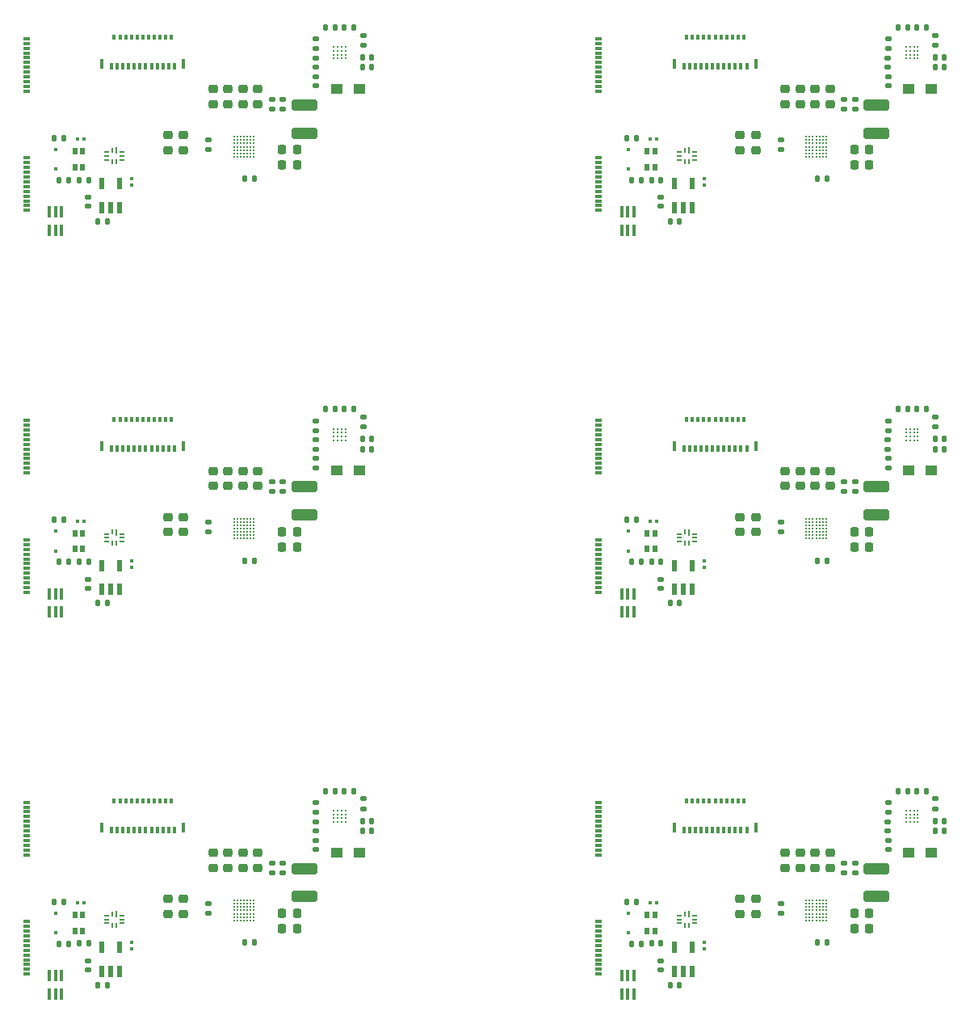
<source format=gbr>
G04 #@! TF.GenerationSoftware,KiCad,Pcbnew,7.0.7*
G04 #@! TF.CreationDate,2024-04-05T11:51:01+02:00*
G04 #@! TF.ProjectId,Versa_ECG_PPG_panel,56657273-615f-4454-9347-5f5050475f70,00*
G04 #@! TF.SameCoordinates,Original*
G04 #@! TF.FileFunction,Paste,Top*
G04 #@! TF.FilePolarity,Positive*
%FSLAX46Y46*%
G04 Gerber Fmt 4.6, Leading zero omitted, Abs format (unit mm)*
G04 Created by KiCad (PCBNEW 7.0.7) date 2024-04-05 11:51:01*
%MOMM*%
%LPD*%
G01*
G04 APERTURE LIST*
G04 Aperture macros list*
%AMRoundRect*
0 Rectangle with rounded corners*
0 $1 Rounding radius*
0 $2 $3 $4 $5 $6 $7 $8 $9 X,Y pos of 4 corners*
0 Add a 4 corners polygon primitive as box body*
4,1,4,$2,$3,$4,$5,$6,$7,$8,$9,$2,$3,0*
0 Add four circle primitives for the rounded corners*
1,1,$1+$1,$2,$3*
1,1,$1+$1,$4,$5*
1,1,$1+$1,$6,$7*
1,1,$1+$1,$8,$9*
0 Add four rect primitives between the rounded corners*
20,1,$1+$1,$2,$3,$4,$5,0*
20,1,$1+$1,$4,$5,$6,$7,0*
20,1,$1+$1,$6,$7,$8,$9,0*
20,1,$1+$1,$8,$9,$2,$3,0*%
G04 Aperture macros list end*
%ADD10R,0.200000X0.700000*%
%ADD11R,0.200000X0.600000*%
%ADD12R,0.600000X0.200000*%
%ADD13RoundRect,0.135000X0.135000X0.185000X-0.135000X0.185000X-0.135000X-0.185000X0.135000X-0.185000X0*%
%ADD14RoundRect,0.140000X-0.140000X-0.170000X0.140000X-0.170000X0.140000X0.170000X-0.140000X0.170000X0*%
%ADD15R,0.522000X0.725000*%
%ADD16R,0.300000X0.300000*%
%ADD17RoundRect,0.225000X-0.250000X0.225000X-0.250000X-0.225000X0.250000X-0.225000X0.250000X0.225000X0*%
%ADD18C,0.203200*%
%ADD19RoundRect,0.140000X-0.170000X0.140000X-0.170000X-0.140000X0.170000X-0.140000X0.170000X0.140000X0*%
%ADD20R,1.150000X1.000000*%
%ADD21RoundRect,0.135000X-0.185000X0.135000X-0.185000X-0.135000X0.185000X-0.135000X0.185000X0.135000X0*%
%ADD22RoundRect,0.140000X0.140000X0.170000X-0.140000X0.170000X-0.140000X-0.170000X0.140000X-0.170000X0*%
%ADD23RoundRect,0.140000X0.170000X-0.140000X0.170000X0.140000X-0.170000X0.140000X-0.170000X-0.140000X0*%
%ADD24RoundRect,0.250000X1.100000X-0.325000X1.100000X0.325000X-1.100000X0.325000X-1.100000X-0.325000X0*%
%ADD25RoundRect,0.135000X-0.135000X-0.185000X0.135000X-0.185000X0.135000X0.185000X-0.135000X0.185000X0*%
%ADD26RoundRect,0.225000X0.250000X-0.225000X0.250000X0.225000X-0.250000X0.225000X-0.250000X-0.225000X0*%
%ADD27RoundRect,0.225000X-0.225000X-0.250000X0.225000X-0.250000X0.225000X0.250000X-0.225000X0.250000X0*%
%ADD28R,0.600000X1.200000*%
%ADD29R,0.400000X1.200000*%
%ADD30C,0.216000*%
%ADD31R,0.700000X0.350000*%
%ADD32RoundRect,0.079500X0.100500X-0.079500X0.100500X0.079500X-0.100500X0.079500X-0.100500X-0.079500X0*%
%ADD33RoundRect,0.079500X0.079500X0.100500X-0.079500X0.100500X-0.079500X-0.100500X0.079500X-0.100500X0*%
%ADD34R,0.300000X0.670000*%
%ADD35R,0.300000X0.500000*%
%ADD36R,0.350000X1.000000*%
G04 APERTURE END LIST*
D10*
X112584000Y-50204000D03*
D11*
X112184000Y-50154000D03*
D12*
X111584000Y-50354000D03*
X111584000Y-50754000D03*
X111584000Y-51154000D03*
D11*
X112184000Y-51354000D03*
X112584000Y-51354000D03*
D12*
X113184000Y-51154000D03*
X113184000Y-50754000D03*
X113184000Y-50354000D03*
D13*
X195533500Y-37303500D03*
X194513500Y-37303500D03*
X167609000Y-93276000D03*
X166589000Y-93276000D03*
D14*
X198417500Y-41481500D03*
X199377500Y-41481500D03*
D15*
X169073200Y-130261500D03*
X168251200Y-130261500D03*
D16*
X166256800Y-130074000D03*
X166256800Y-132124000D03*
D15*
X168251200Y-131936500D03*
X169073200Y-131936500D03*
D17*
X119642000Y-128600000D03*
X119642000Y-130150000D03*
D15*
X169073200Y-50261500D03*
X168251200Y-50261500D03*
D16*
X166256800Y-50074000D03*
X166256800Y-52124000D03*
D15*
X168251200Y-51936500D03*
X169073200Y-51936500D03*
D18*
X184912000Y-128745000D03*
X185262000Y-128745000D03*
X185612000Y-128745000D03*
X185962000Y-128745000D03*
X186312000Y-128745000D03*
X186662000Y-128745000D03*
X187012000Y-128745000D03*
X184912000Y-129095000D03*
X185262000Y-129095000D03*
X185612000Y-129095000D03*
X185962000Y-129095000D03*
X186312000Y-129095000D03*
X186662000Y-129095000D03*
X187012000Y-129095000D03*
X184912000Y-129445000D03*
X185262000Y-129445000D03*
X185612000Y-129445000D03*
X185962000Y-129445000D03*
X186312000Y-129445000D03*
X186662000Y-129445000D03*
X187012000Y-129445000D03*
X184912000Y-129795000D03*
X185262000Y-129795000D03*
X185612000Y-129795000D03*
X185962000Y-129795000D03*
X186312000Y-129795000D03*
X186662000Y-129795000D03*
X187012000Y-129795000D03*
X184912000Y-130145000D03*
X185262000Y-130145000D03*
X185612000Y-130145000D03*
X185962000Y-130145000D03*
X186312000Y-130145000D03*
X186662000Y-130145000D03*
X187012000Y-130145000D03*
X184912000Y-130495000D03*
X185262000Y-130495000D03*
X185612000Y-130495000D03*
X185962000Y-130495000D03*
X186312000Y-130495000D03*
X186662000Y-130495000D03*
X187012000Y-130495000D03*
X184912000Y-130845000D03*
X185262000Y-130845000D03*
X185612000Y-130845000D03*
X185962000Y-130845000D03*
X186312000Y-130845000D03*
X186662000Y-130845000D03*
X187012000Y-130845000D03*
D19*
X133520500Y-42458500D03*
X133520500Y-43418500D03*
D13*
X137493500Y-77299500D03*
X136473500Y-77299500D03*
D20*
X138033500Y-83709500D03*
X135683500Y-83709500D03*
D21*
X138460500Y-38114500D03*
X138460500Y-39134500D03*
D22*
X111638000Y-97605000D03*
X110678000Y-97605000D03*
D23*
X133472500Y-121465500D03*
X133472500Y-120505500D03*
D24*
X192297000Y-88354000D03*
X192297000Y-85404000D03*
D25*
X186085000Y-133157000D03*
X187105000Y-133157000D03*
D21*
X128912500Y-44859500D03*
X128912500Y-45879500D03*
D26*
X125851600Y-45327000D03*
X125851600Y-43777000D03*
D27*
X129975000Y-131728000D03*
X131525000Y-131728000D03*
D24*
X132297000Y-48354000D03*
X132297000Y-45404000D03*
D28*
X171054000Y-136167000D03*
X172004000Y-136167000D03*
X172954000Y-136167000D03*
X172954000Y-133667000D03*
X171054000Y-133667000D03*
D17*
X177989000Y-88600000D03*
X177989000Y-90150000D03*
D14*
X138417500Y-121481500D03*
X139377500Y-121481500D03*
D29*
X106869500Y-56640500D03*
X106219500Y-56640500D03*
X105569500Y-56640500D03*
X105569500Y-58540500D03*
X106219500Y-58540500D03*
X106869500Y-58540500D03*
D25*
X126085000Y-133157000D03*
X127105000Y-133157000D03*
D27*
X189975000Y-131728000D03*
X191525000Y-131728000D03*
D30*
X196606500Y-79339000D03*
X196606500Y-79739000D03*
X196606500Y-80139000D03*
X196606500Y-80539000D03*
X196206500Y-79339000D03*
X196206500Y-79739000D03*
X196206500Y-80139000D03*
X196206500Y-80539000D03*
X195806500Y-79339000D03*
X195806500Y-79739000D03*
X195806500Y-80139000D03*
X195806500Y-80539000D03*
X195406500Y-79339000D03*
X195406500Y-79739000D03*
X195406500Y-80139000D03*
X195406500Y-80539000D03*
D29*
X166869500Y-96640500D03*
X166219500Y-96640500D03*
X165569500Y-96640500D03*
X165569500Y-98540500D03*
X166219500Y-98540500D03*
X166869500Y-98540500D03*
D14*
X138426500Y-40422500D03*
X139386500Y-40422500D03*
D26*
X124284200Y-45327000D03*
X124284200Y-43777000D03*
D19*
X109669000Y-95088000D03*
X109669000Y-96048000D03*
D14*
X198426500Y-120422500D03*
X199386500Y-120422500D03*
D28*
X171054000Y-56167000D03*
X172004000Y-56167000D03*
X172954000Y-56167000D03*
X172954000Y-53667000D03*
X171054000Y-53667000D03*
D26*
X125851600Y-125327000D03*
X125851600Y-123777000D03*
D24*
X192297000Y-128354000D03*
X192297000Y-125404000D03*
D26*
X124284200Y-125327000D03*
X124284200Y-123777000D03*
D13*
X107609000Y-93276000D03*
X106589000Y-93276000D03*
X167609000Y-133276000D03*
X166589000Y-133276000D03*
D29*
X106869500Y-136640500D03*
X106219500Y-136640500D03*
X105569500Y-136640500D03*
X105569500Y-138540500D03*
X106219500Y-138540500D03*
X106869500Y-138540500D03*
D31*
X103170000Y-38470000D03*
X103170000Y-38970000D03*
X103170000Y-39470000D03*
X103170000Y-39970000D03*
X103170000Y-40470000D03*
X103170000Y-40970000D03*
X103170000Y-41470000D03*
X103170000Y-41970000D03*
X103170000Y-42470000D03*
X103170000Y-42970000D03*
X103170000Y-43470000D03*
X103170000Y-43970000D03*
D21*
X193502500Y-78502500D03*
X193502500Y-79522500D03*
D19*
X193520500Y-122458500D03*
X193520500Y-123418500D03*
D23*
X193472500Y-41465500D03*
X193472500Y-40505500D03*
D13*
X167110000Y-48885000D03*
X166090000Y-48885000D03*
D15*
X109073200Y-50261500D03*
X108251200Y-50261500D03*
D16*
X106256800Y-50074000D03*
X106256800Y-52124000D03*
D15*
X108251200Y-51936500D03*
X109073200Y-51936500D03*
D21*
X130047500Y-84859500D03*
X130047500Y-85879500D03*
D26*
X182716800Y-85327000D03*
X182716800Y-83777000D03*
D18*
X124912000Y-128745000D03*
X125262000Y-128745000D03*
X125612000Y-128745000D03*
X125962000Y-128745000D03*
X126312000Y-128745000D03*
X126662000Y-128745000D03*
X127012000Y-128745000D03*
X124912000Y-129095000D03*
X125262000Y-129095000D03*
X125612000Y-129095000D03*
X125962000Y-129095000D03*
X126312000Y-129095000D03*
X126662000Y-129095000D03*
X127012000Y-129095000D03*
X124912000Y-129445000D03*
X125262000Y-129445000D03*
X125612000Y-129445000D03*
X125962000Y-129445000D03*
X126312000Y-129445000D03*
X126662000Y-129445000D03*
X127012000Y-129445000D03*
X124912000Y-129795000D03*
X125262000Y-129795000D03*
X125612000Y-129795000D03*
X125962000Y-129795000D03*
X126312000Y-129795000D03*
X126662000Y-129795000D03*
X127012000Y-129795000D03*
X124912000Y-130145000D03*
X125262000Y-130145000D03*
X125612000Y-130145000D03*
X125962000Y-130145000D03*
X126312000Y-130145000D03*
X126662000Y-130145000D03*
X127012000Y-130145000D03*
X124912000Y-130495000D03*
X125262000Y-130495000D03*
X125612000Y-130495000D03*
X125962000Y-130495000D03*
X126312000Y-130495000D03*
X126662000Y-130495000D03*
X127012000Y-130495000D03*
X124912000Y-130845000D03*
X125262000Y-130845000D03*
X125612000Y-130845000D03*
X125962000Y-130845000D03*
X126312000Y-130845000D03*
X126662000Y-130845000D03*
X127012000Y-130845000D03*
D32*
X174236000Y-93850000D03*
X174236000Y-93160000D03*
D21*
X133502500Y-78502500D03*
X133502500Y-79522500D03*
D23*
X133472500Y-81465500D03*
X133472500Y-80505500D03*
D26*
X125851600Y-85327000D03*
X125851600Y-83777000D03*
D22*
X171638000Y-57605000D03*
X170678000Y-57605000D03*
X111638000Y-137605000D03*
X110678000Y-137605000D03*
D25*
X186085000Y-53157000D03*
X187105000Y-53157000D03*
D22*
X169685000Y-93266000D03*
X168725000Y-93266000D03*
D14*
X138426500Y-120422500D03*
X139386500Y-120422500D03*
D13*
X107110000Y-128885000D03*
X106090000Y-128885000D03*
D31*
X103170000Y-78470000D03*
X103170000Y-78970000D03*
X103170000Y-79470000D03*
X103170000Y-79970000D03*
X103170000Y-80470000D03*
X103170000Y-80970000D03*
X103170000Y-81470000D03*
X103170000Y-81970000D03*
X103170000Y-82470000D03*
X103170000Y-82970000D03*
X103170000Y-83470000D03*
X103170000Y-83970000D03*
D15*
X109073200Y-90261500D03*
X108251200Y-90261500D03*
D16*
X106256800Y-90074000D03*
X106256800Y-92124000D03*
D15*
X108251200Y-91936500D03*
X109073200Y-91936500D03*
D14*
X198417500Y-81481500D03*
X199377500Y-81481500D03*
D26*
X124284200Y-85327000D03*
X124284200Y-83777000D03*
D23*
X133472500Y-41465500D03*
X133472500Y-40505500D03*
X193472500Y-81465500D03*
X193472500Y-80505500D03*
D22*
X111638000Y-57605000D03*
X110678000Y-57605000D03*
D32*
X174236000Y-53850000D03*
X174236000Y-53160000D03*
D33*
X169205000Y-129005000D03*
X168515000Y-129005000D03*
D17*
X177989000Y-48600000D03*
X177989000Y-50150000D03*
D19*
X133520500Y-82458500D03*
X133520500Y-83418500D03*
D21*
X130047500Y-44859500D03*
X130047500Y-45879500D03*
D18*
X124912000Y-88745000D03*
X125262000Y-88745000D03*
X125612000Y-88745000D03*
X125962000Y-88745000D03*
X126312000Y-88745000D03*
X126662000Y-88745000D03*
X127012000Y-88745000D03*
X124912000Y-89095000D03*
X125262000Y-89095000D03*
X125612000Y-89095000D03*
X125962000Y-89095000D03*
X126312000Y-89095000D03*
X126662000Y-89095000D03*
X127012000Y-89095000D03*
X124912000Y-89445000D03*
X125262000Y-89445000D03*
X125612000Y-89445000D03*
X125962000Y-89445000D03*
X126312000Y-89445000D03*
X126662000Y-89445000D03*
X127012000Y-89445000D03*
X124912000Y-89795000D03*
X125262000Y-89795000D03*
X125612000Y-89795000D03*
X125962000Y-89795000D03*
X126312000Y-89795000D03*
X126662000Y-89795000D03*
X127012000Y-89795000D03*
X124912000Y-90145000D03*
X125262000Y-90145000D03*
X125612000Y-90145000D03*
X125962000Y-90145000D03*
X126312000Y-90145000D03*
X126662000Y-90145000D03*
X127012000Y-90145000D03*
X124912000Y-90495000D03*
X125262000Y-90495000D03*
X125612000Y-90495000D03*
X125962000Y-90495000D03*
X126312000Y-90495000D03*
X126662000Y-90495000D03*
X127012000Y-90495000D03*
X124912000Y-90845000D03*
X125262000Y-90845000D03*
X125612000Y-90845000D03*
X125962000Y-90845000D03*
X126312000Y-90845000D03*
X126662000Y-90845000D03*
X127012000Y-90845000D03*
D28*
X111054000Y-136167000D03*
X112004000Y-136167000D03*
X112954000Y-136167000D03*
X112954000Y-133667000D03*
X111054000Y-133667000D03*
D24*
X192297000Y-48354000D03*
X192297000Y-45404000D03*
D21*
X188912500Y-44859500D03*
X188912500Y-45879500D03*
D26*
X127419000Y-45327000D03*
X127419000Y-43777000D03*
D27*
X189975000Y-50120000D03*
X191525000Y-50120000D03*
D22*
X109685000Y-93266000D03*
X108725000Y-93266000D03*
D34*
X112075000Y-121400000D03*
D35*
X112375000Y-118335000D03*
D34*
X112675000Y-121400000D03*
D35*
X112975000Y-118335000D03*
D34*
X113275000Y-121400000D03*
D35*
X113575000Y-118335000D03*
D34*
X113875000Y-121400000D03*
D35*
X114175000Y-118335000D03*
D34*
X114475000Y-121400000D03*
D35*
X114775000Y-118335000D03*
D34*
X115075000Y-121400000D03*
D35*
X115375000Y-118335000D03*
D34*
X115675000Y-121400000D03*
D35*
X115975000Y-118335000D03*
D34*
X116275000Y-121400000D03*
D35*
X116575000Y-118335000D03*
D34*
X116875000Y-121400000D03*
D35*
X117175000Y-118335000D03*
D34*
X117475000Y-121400000D03*
D35*
X117775000Y-118335000D03*
D34*
X118075000Y-121400000D03*
D35*
X118375000Y-118335000D03*
D34*
X118675000Y-121400000D03*
D36*
X111100000Y-121135000D03*
X119650000Y-121135000D03*
D25*
X126085000Y-53157000D03*
X127105000Y-53157000D03*
D24*
X132297000Y-128354000D03*
X132297000Y-125404000D03*
D17*
X119642000Y-88600000D03*
X119642000Y-90150000D03*
D30*
X136606500Y-119339000D03*
X136606500Y-119739000D03*
X136606500Y-120139000D03*
X136606500Y-120539000D03*
X136206500Y-119339000D03*
X136206500Y-119739000D03*
X136206500Y-120139000D03*
X136206500Y-120539000D03*
X135806500Y-119339000D03*
X135806500Y-119739000D03*
X135806500Y-120139000D03*
X135806500Y-120539000D03*
X135406500Y-119339000D03*
X135406500Y-119739000D03*
X135406500Y-120139000D03*
X135406500Y-120539000D03*
D21*
X190047500Y-44859500D03*
X190047500Y-45879500D03*
D27*
X129975000Y-130120000D03*
X131525000Y-130120000D03*
D21*
X122260500Y-49105500D03*
X122260500Y-50125500D03*
D31*
X103170000Y-118470000D03*
X103170000Y-118970000D03*
X103170000Y-119470000D03*
X103170000Y-119970000D03*
X103170000Y-120470000D03*
X103170000Y-120970000D03*
X103170000Y-121470000D03*
X103170000Y-121970000D03*
X103170000Y-122470000D03*
X103170000Y-122970000D03*
X103170000Y-123470000D03*
X103170000Y-123970000D03*
D20*
X138033500Y-123709500D03*
X135683500Y-123709500D03*
D19*
X193520500Y-42458500D03*
X193520500Y-43418500D03*
D23*
X193472500Y-121465500D03*
X193472500Y-120505500D03*
D30*
X136606500Y-39339000D03*
X136606500Y-39739000D03*
X136606500Y-40139000D03*
X136606500Y-40539000D03*
X136206500Y-39339000D03*
X136206500Y-39739000D03*
X136206500Y-40139000D03*
X136206500Y-40539000D03*
X135806500Y-39339000D03*
X135806500Y-39739000D03*
X135806500Y-40139000D03*
X135806500Y-40539000D03*
X135406500Y-39339000D03*
X135406500Y-39739000D03*
X135406500Y-40139000D03*
X135406500Y-40539000D03*
D22*
X109685000Y-53266000D03*
X108725000Y-53266000D03*
D14*
X138417500Y-81481500D03*
X139377500Y-81481500D03*
D21*
X133502500Y-118502500D03*
X133502500Y-119522500D03*
D22*
X171638000Y-97605000D03*
X170678000Y-97605000D03*
D13*
X197493500Y-37299500D03*
X196473500Y-37299500D03*
D21*
X198460500Y-78114500D03*
X198460500Y-79134500D03*
D26*
X127419000Y-85327000D03*
X127419000Y-83777000D03*
D34*
X112075000Y-41400000D03*
D35*
X112375000Y-38335000D03*
D34*
X112675000Y-41400000D03*
D35*
X112975000Y-38335000D03*
D34*
X113275000Y-41400000D03*
D35*
X113575000Y-38335000D03*
D34*
X113875000Y-41400000D03*
D35*
X114175000Y-38335000D03*
D34*
X114475000Y-41400000D03*
D35*
X114775000Y-38335000D03*
D34*
X115075000Y-41400000D03*
D35*
X115375000Y-38335000D03*
D34*
X115675000Y-41400000D03*
D35*
X115975000Y-38335000D03*
D34*
X116275000Y-41400000D03*
D35*
X116575000Y-38335000D03*
D34*
X116875000Y-41400000D03*
D35*
X117175000Y-38335000D03*
D34*
X117475000Y-41400000D03*
D35*
X117775000Y-38335000D03*
D34*
X118075000Y-41400000D03*
D35*
X118375000Y-38335000D03*
D34*
X118675000Y-41400000D03*
D36*
X111100000Y-41135000D03*
X119650000Y-41135000D03*
D29*
X106869500Y-96640500D03*
X106219500Y-96640500D03*
X105569500Y-96640500D03*
X105569500Y-98540500D03*
X106219500Y-98540500D03*
X106869500Y-98540500D03*
D18*
X184912000Y-88745000D03*
X185262000Y-88745000D03*
X185612000Y-88745000D03*
X185962000Y-88745000D03*
X186312000Y-88745000D03*
X186662000Y-88745000D03*
X187012000Y-88745000D03*
X184912000Y-89095000D03*
X185262000Y-89095000D03*
X185612000Y-89095000D03*
X185962000Y-89095000D03*
X186312000Y-89095000D03*
X186662000Y-89095000D03*
X187012000Y-89095000D03*
X184912000Y-89445000D03*
X185262000Y-89445000D03*
X185612000Y-89445000D03*
X185962000Y-89445000D03*
X186312000Y-89445000D03*
X186662000Y-89445000D03*
X187012000Y-89445000D03*
X184912000Y-89795000D03*
X185262000Y-89795000D03*
X185612000Y-89795000D03*
X185962000Y-89795000D03*
X186312000Y-89795000D03*
X186662000Y-89795000D03*
X187012000Y-89795000D03*
X184912000Y-90145000D03*
X185262000Y-90145000D03*
X185612000Y-90145000D03*
X185962000Y-90145000D03*
X186312000Y-90145000D03*
X186662000Y-90145000D03*
X187012000Y-90145000D03*
X184912000Y-90495000D03*
X185262000Y-90495000D03*
X185612000Y-90495000D03*
X185962000Y-90495000D03*
X186312000Y-90495000D03*
X186662000Y-90495000D03*
X187012000Y-90495000D03*
X184912000Y-90845000D03*
X185262000Y-90845000D03*
X185612000Y-90845000D03*
X185962000Y-90845000D03*
X186312000Y-90845000D03*
X186662000Y-90845000D03*
X187012000Y-90845000D03*
D26*
X187419000Y-45327000D03*
X187419000Y-43777000D03*
D21*
X188912500Y-84859500D03*
X188912500Y-85879500D03*
D26*
X122716800Y-125327000D03*
X122716800Y-123777000D03*
D21*
X182260500Y-129105500D03*
X182260500Y-130125500D03*
X198460500Y-118114500D03*
X198460500Y-119134500D03*
D27*
X189975000Y-90120000D03*
X191525000Y-90120000D03*
D14*
X138417500Y-41481500D03*
X139377500Y-41481500D03*
D10*
X172584000Y-130204000D03*
D11*
X172184000Y-130154000D03*
D12*
X171584000Y-130354000D03*
X171584000Y-130754000D03*
X171584000Y-131154000D03*
D11*
X172184000Y-131354000D03*
X172584000Y-131354000D03*
D12*
X173184000Y-131154000D03*
X173184000Y-130754000D03*
X173184000Y-130354000D03*
D28*
X171054000Y-96167000D03*
X172004000Y-96167000D03*
X172954000Y-96167000D03*
X172954000Y-93667000D03*
X171054000Y-93667000D03*
D29*
X166869500Y-136640500D03*
X166219500Y-136640500D03*
X165569500Y-136640500D03*
X165569500Y-138540500D03*
X166219500Y-138540500D03*
X166869500Y-138540500D03*
D31*
X163170000Y-118470000D03*
X163170000Y-118970000D03*
X163170000Y-119470000D03*
X163170000Y-119970000D03*
X163170000Y-120470000D03*
X163170000Y-120970000D03*
X163170000Y-121470000D03*
X163170000Y-121970000D03*
X163170000Y-122470000D03*
X163170000Y-122970000D03*
X163170000Y-123470000D03*
X163170000Y-123970000D03*
D34*
X172075000Y-41400000D03*
D35*
X172375000Y-38335000D03*
D34*
X172675000Y-41400000D03*
D35*
X172975000Y-38335000D03*
D34*
X173275000Y-41400000D03*
D35*
X173575000Y-38335000D03*
D34*
X173875000Y-41400000D03*
D35*
X174175000Y-38335000D03*
D34*
X174475000Y-41400000D03*
D35*
X174775000Y-38335000D03*
D34*
X175075000Y-41400000D03*
D35*
X175375000Y-38335000D03*
D34*
X175675000Y-41400000D03*
D35*
X175975000Y-38335000D03*
D34*
X176275000Y-41400000D03*
D35*
X176575000Y-38335000D03*
D34*
X176875000Y-41400000D03*
D35*
X177175000Y-38335000D03*
D34*
X177475000Y-41400000D03*
D35*
X177775000Y-38335000D03*
D34*
X178075000Y-41400000D03*
D35*
X178375000Y-38335000D03*
D34*
X178675000Y-41400000D03*
D36*
X171100000Y-41135000D03*
X179650000Y-41135000D03*
D21*
X133502500Y-38502500D03*
X133502500Y-39522500D03*
D32*
X114236000Y-133850000D03*
X114236000Y-133160000D03*
D25*
X126085000Y-93157000D03*
X127105000Y-93157000D03*
D21*
X128912500Y-124859500D03*
X128912500Y-125879500D03*
D27*
X129975000Y-90120000D03*
X131525000Y-90120000D03*
D18*
X124912000Y-48745000D03*
X125262000Y-48745000D03*
X125612000Y-48745000D03*
X125962000Y-48745000D03*
X126312000Y-48745000D03*
X126662000Y-48745000D03*
X127012000Y-48745000D03*
X124912000Y-49095000D03*
X125262000Y-49095000D03*
X125612000Y-49095000D03*
X125962000Y-49095000D03*
X126312000Y-49095000D03*
X126662000Y-49095000D03*
X127012000Y-49095000D03*
X124912000Y-49445000D03*
X125262000Y-49445000D03*
X125612000Y-49445000D03*
X125962000Y-49445000D03*
X126312000Y-49445000D03*
X126662000Y-49445000D03*
X127012000Y-49445000D03*
X124912000Y-49795000D03*
X125262000Y-49795000D03*
X125612000Y-49795000D03*
X125962000Y-49795000D03*
X126312000Y-49795000D03*
X126662000Y-49795000D03*
X127012000Y-49795000D03*
X124912000Y-50145000D03*
X125262000Y-50145000D03*
X125612000Y-50145000D03*
X125962000Y-50145000D03*
X126312000Y-50145000D03*
X126662000Y-50145000D03*
X127012000Y-50145000D03*
X124912000Y-50495000D03*
X125262000Y-50495000D03*
X125612000Y-50495000D03*
X125962000Y-50495000D03*
X126312000Y-50495000D03*
X126662000Y-50495000D03*
X127012000Y-50495000D03*
X124912000Y-50845000D03*
X125262000Y-50845000D03*
X125612000Y-50845000D03*
X125962000Y-50845000D03*
X126312000Y-50845000D03*
X126662000Y-50845000D03*
X127012000Y-50845000D03*
D21*
X193502500Y-38502500D03*
X193502500Y-39522500D03*
X182260500Y-49105500D03*
X182260500Y-50125500D03*
D26*
X127419000Y-125327000D03*
X127419000Y-123777000D03*
D19*
X109669000Y-55088000D03*
X109669000Y-56048000D03*
D13*
X167110000Y-88885000D03*
X166090000Y-88885000D03*
D10*
X172584000Y-90204000D03*
D11*
X172184000Y-90154000D03*
D12*
X171584000Y-90354000D03*
X171584000Y-90754000D03*
X171584000Y-91154000D03*
D11*
X172184000Y-91354000D03*
X172584000Y-91354000D03*
D12*
X173184000Y-91154000D03*
X173184000Y-90754000D03*
X173184000Y-90354000D03*
D34*
X172075000Y-121400000D03*
D35*
X172375000Y-118335000D03*
D34*
X172675000Y-121400000D03*
D35*
X172975000Y-118335000D03*
D34*
X173275000Y-121400000D03*
D35*
X173575000Y-118335000D03*
D34*
X173875000Y-121400000D03*
D35*
X174175000Y-118335000D03*
D34*
X174475000Y-121400000D03*
D35*
X174775000Y-118335000D03*
D34*
X175075000Y-121400000D03*
D35*
X175375000Y-118335000D03*
D34*
X175675000Y-121400000D03*
D35*
X175975000Y-118335000D03*
D34*
X176275000Y-121400000D03*
D35*
X176575000Y-118335000D03*
D34*
X176875000Y-121400000D03*
D35*
X177175000Y-118335000D03*
D34*
X177475000Y-121400000D03*
D35*
X177775000Y-118335000D03*
D34*
X178075000Y-121400000D03*
D35*
X178375000Y-118335000D03*
D34*
X178675000Y-121400000D03*
D36*
X171100000Y-121135000D03*
X179650000Y-121135000D03*
D13*
X167110000Y-128885000D03*
X166090000Y-128885000D03*
X107110000Y-88885000D03*
X106090000Y-88885000D03*
D32*
X114236000Y-53850000D03*
X114236000Y-53160000D03*
D27*
X189975000Y-130120000D03*
X191525000Y-130120000D03*
D20*
X198033500Y-123709500D03*
X195683500Y-123709500D03*
D27*
X129975000Y-91728000D03*
X131525000Y-91728000D03*
D31*
X103170000Y-50970000D03*
X103170000Y-51470000D03*
X103170000Y-51970000D03*
X103170000Y-52470000D03*
X103170000Y-52970000D03*
X103170000Y-53470000D03*
X103170000Y-53970000D03*
X103170000Y-54470000D03*
X103170000Y-54970000D03*
X103170000Y-55470000D03*
X103170000Y-55970000D03*
X103170000Y-56470000D03*
D30*
X196606500Y-39339000D03*
X196606500Y-39739000D03*
X196606500Y-40139000D03*
X196606500Y-40539000D03*
X196206500Y-39339000D03*
X196206500Y-39739000D03*
X196206500Y-40139000D03*
X196206500Y-40539000D03*
X195806500Y-39339000D03*
X195806500Y-39739000D03*
X195806500Y-40139000D03*
X195806500Y-40539000D03*
X195406500Y-39339000D03*
X195406500Y-39739000D03*
X195406500Y-40139000D03*
X195406500Y-40539000D03*
D17*
X117989000Y-88600000D03*
X117989000Y-90150000D03*
X179642000Y-128600000D03*
X179642000Y-130150000D03*
D21*
X190047500Y-124859500D03*
X190047500Y-125879500D03*
D26*
X184284200Y-45327000D03*
X184284200Y-43777000D03*
D20*
X138033500Y-43709500D03*
X135683500Y-43709500D03*
D17*
X117989000Y-128600000D03*
X117989000Y-130150000D03*
D22*
X171638000Y-137605000D03*
X170678000Y-137605000D03*
X169685000Y-133266000D03*
X168725000Y-133266000D03*
D21*
X182260500Y-89105500D03*
X182260500Y-90125500D03*
D19*
X169669000Y-55088000D03*
X169669000Y-56048000D03*
D26*
X185851600Y-85327000D03*
X185851600Y-83777000D03*
X122716800Y-85327000D03*
X122716800Y-83777000D03*
D21*
X198460500Y-38114500D03*
X198460500Y-39134500D03*
X193502500Y-118502500D03*
X193502500Y-119522500D03*
D34*
X172075000Y-81400000D03*
D35*
X172375000Y-78335000D03*
D34*
X172675000Y-81400000D03*
D35*
X172975000Y-78335000D03*
D34*
X173275000Y-81400000D03*
D35*
X173575000Y-78335000D03*
D34*
X173875000Y-81400000D03*
D35*
X174175000Y-78335000D03*
D34*
X174475000Y-81400000D03*
D35*
X174775000Y-78335000D03*
D34*
X175075000Y-81400000D03*
D35*
X175375000Y-78335000D03*
D34*
X175675000Y-81400000D03*
D35*
X175975000Y-78335000D03*
D34*
X176275000Y-81400000D03*
D35*
X176575000Y-78335000D03*
D34*
X176875000Y-81400000D03*
D35*
X177175000Y-78335000D03*
D34*
X177475000Y-81400000D03*
D35*
X177775000Y-78335000D03*
D34*
X178075000Y-81400000D03*
D35*
X178375000Y-78335000D03*
D34*
X178675000Y-81400000D03*
D36*
X171100000Y-81135000D03*
X179650000Y-81135000D03*
D24*
X132297000Y-88354000D03*
X132297000Y-85404000D03*
D28*
X111054000Y-56167000D03*
X112004000Y-56167000D03*
X112954000Y-56167000D03*
X112954000Y-53667000D03*
X111054000Y-53667000D03*
D14*
X138426500Y-80422500D03*
X139386500Y-80422500D03*
D31*
X103170000Y-90970000D03*
X103170000Y-91470000D03*
X103170000Y-91970000D03*
X103170000Y-92470000D03*
X103170000Y-92970000D03*
X103170000Y-93470000D03*
X103170000Y-93970000D03*
X103170000Y-94470000D03*
X103170000Y-94970000D03*
X103170000Y-95470000D03*
X103170000Y-95970000D03*
X103170000Y-96470000D03*
D27*
X129975000Y-50120000D03*
X131525000Y-50120000D03*
D13*
X135533500Y-117303500D03*
X134513500Y-117303500D03*
X197493500Y-117299500D03*
X196473500Y-117299500D03*
D32*
X114236000Y-93850000D03*
X114236000Y-93160000D03*
D21*
X138460500Y-78114500D03*
X138460500Y-79134500D03*
D33*
X109205000Y-129005000D03*
X108515000Y-129005000D03*
D26*
X187419000Y-85327000D03*
X187419000Y-83777000D03*
D21*
X122260500Y-89105500D03*
X122260500Y-90125500D03*
D19*
X169669000Y-135088000D03*
X169669000Y-136048000D03*
D13*
X107609000Y-53276000D03*
X106589000Y-53276000D03*
D17*
X177989000Y-128600000D03*
X177989000Y-130150000D03*
D15*
X169073200Y-90261500D03*
X168251200Y-90261500D03*
D16*
X166256800Y-90074000D03*
X166256800Y-92124000D03*
D15*
X168251200Y-91936500D03*
X169073200Y-91936500D03*
D21*
X188912500Y-124859500D03*
X188912500Y-125879500D03*
D31*
X163170000Y-38470000D03*
X163170000Y-38970000D03*
X163170000Y-39470000D03*
X163170000Y-39970000D03*
X163170000Y-40470000D03*
X163170000Y-40970000D03*
X163170000Y-41470000D03*
X163170000Y-41970000D03*
X163170000Y-42470000D03*
X163170000Y-42970000D03*
X163170000Y-43470000D03*
X163170000Y-43970000D03*
D29*
X166869500Y-56640500D03*
X166219500Y-56640500D03*
X165569500Y-56640500D03*
X165569500Y-58540500D03*
X166219500Y-58540500D03*
X166869500Y-58540500D03*
D13*
X197493500Y-77299500D03*
X196473500Y-77299500D03*
D14*
X198426500Y-80422500D03*
X199386500Y-80422500D03*
D31*
X103170000Y-130970000D03*
X103170000Y-131470000D03*
X103170000Y-131970000D03*
X103170000Y-132470000D03*
X103170000Y-132970000D03*
X103170000Y-133470000D03*
X103170000Y-133970000D03*
X103170000Y-134470000D03*
X103170000Y-134970000D03*
X103170000Y-135470000D03*
X103170000Y-135970000D03*
X103170000Y-136470000D03*
X163170000Y-78470000D03*
X163170000Y-78970000D03*
X163170000Y-79470000D03*
X163170000Y-79970000D03*
X163170000Y-80470000D03*
X163170000Y-80970000D03*
X163170000Y-81470000D03*
X163170000Y-81970000D03*
X163170000Y-82470000D03*
X163170000Y-82970000D03*
X163170000Y-83470000D03*
X163170000Y-83970000D03*
D13*
X137493500Y-117299500D03*
X136473500Y-117299500D03*
D20*
X198033500Y-83709500D03*
X195683500Y-83709500D03*
D19*
X169669000Y-95088000D03*
X169669000Y-96048000D03*
D31*
X163170000Y-130970000D03*
X163170000Y-131470000D03*
X163170000Y-131970000D03*
X163170000Y-132470000D03*
X163170000Y-132970000D03*
X163170000Y-133470000D03*
X163170000Y-133970000D03*
X163170000Y-134470000D03*
X163170000Y-134970000D03*
X163170000Y-135470000D03*
X163170000Y-135970000D03*
X163170000Y-136470000D03*
D13*
X195533500Y-77303500D03*
X194513500Y-77303500D03*
D26*
X184284200Y-85327000D03*
X184284200Y-83777000D03*
D31*
X163170000Y-50970000D03*
X163170000Y-51470000D03*
X163170000Y-51970000D03*
X163170000Y-52470000D03*
X163170000Y-52970000D03*
X163170000Y-53470000D03*
X163170000Y-53970000D03*
X163170000Y-54470000D03*
X163170000Y-54970000D03*
X163170000Y-55470000D03*
X163170000Y-55970000D03*
X163170000Y-56470000D03*
D14*
X198417500Y-121481500D03*
X199377500Y-121481500D03*
D19*
X133520500Y-122458500D03*
X133520500Y-123418500D03*
D13*
X107110000Y-48885000D03*
X106090000Y-48885000D03*
D17*
X117989000Y-48600000D03*
X117989000Y-50150000D03*
D32*
X174236000Y-133850000D03*
X174236000Y-133160000D03*
D27*
X189975000Y-51728000D03*
X191525000Y-51728000D03*
D33*
X169205000Y-89005000D03*
X168515000Y-89005000D03*
D13*
X135533500Y-77303500D03*
X134513500Y-77303500D03*
D19*
X193520500Y-82458500D03*
X193520500Y-83418500D03*
D21*
X138460500Y-118114500D03*
X138460500Y-119134500D03*
D10*
X112584000Y-130204000D03*
D11*
X112184000Y-130154000D03*
D12*
X111584000Y-130354000D03*
X111584000Y-130754000D03*
X111584000Y-131154000D03*
D11*
X112184000Y-131354000D03*
X112584000Y-131354000D03*
D12*
X113184000Y-131154000D03*
X113184000Y-130754000D03*
X113184000Y-130354000D03*
D26*
X122716800Y-45327000D03*
X122716800Y-43777000D03*
D33*
X109205000Y-89005000D03*
X108515000Y-89005000D03*
D15*
X109073200Y-130261500D03*
X108251200Y-130261500D03*
D16*
X106256800Y-130074000D03*
X106256800Y-132124000D03*
D15*
X108251200Y-131936500D03*
X109073200Y-131936500D03*
D26*
X184284200Y-125327000D03*
X184284200Y-123777000D03*
D13*
X195533500Y-117303500D03*
X194513500Y-117303500D03*
D10*
X112584000Y-90204000D03*
D11*
X112184000Y-90154000D03*
D12*
X111584000Y-90354000D03*
X111584000Y-90754000D03*
X111584000Y-91154000D03*
D11*
X112184000Y-91354000D03*
X112584000Y-91354000D03*
D12*
X113184000Y-91154000D03*
X113184000Y-90754000D03*
X113184000Y-90354000D03*
D21*
X130047500Y-124859500D03*
X130047500Y-125879500D03*
D18*
X184912000Y-48745000D03*
X185262000Y-48745000D03*
X185612000Y-48745000D03*
X185962000Y-48745000D03*
X186312000Y-48745000D03*
X186662000Y-48745000D03*
X187012000Y-48745000D03*
X184912000Y-49095000D03*
X185262000Y-49095000D03*
X185612000Y-49095000D03*
X185962000Y-49095000D03*
X186312000Y-49095000D03*
X186662000Y-49095000D03*
X187012000Y-49095000D03*
X184912000Y-49445000D03*
X185262000Y-49445000D03*
X185612000Y-49445000D03*
X185962000Y-49445000D03*
X186312000Y-49445000D03*
X186662000Y-49445000D03*
X187012000Y-49445000D03*
X184912000Y-49795000D03*
X185262000Y-49795000D03*
X185612000Y-49795000D03*
X185962000Y-49795000D03*
X186312000Y-49795000D03*
X186662000Y-49795000D03*
X187012000Y-49795000D03*
X184912000Y-50145000D03*
X185262000Y-50145000D03*
X185612000Y-50145000D03*
X185962000Y-50145000D03*
X186312000Y-50145000D03*
X186662000Y-50145000D03*
X187012000Y-50145000D03*
X184912000Y-50495000D03*
X185262000Y-50495000D03*
X185612000Y-50495000D03*
X185962000Y-50495000D03*
X186312000Y-50495000D03*
X186662000Y-50495000D03*
X187012000Y-50495000D03*
X184912000Y-50845000D03*
X185262000Y-50845000D03*
X185612000Y-50845000D03*
X185962000Y-50845000D03*
X186312000Y-50845000D03*
X186662000Y-50845000D03*
X187012000Y-50845000D03*
D22*
X109685000Y-133266000D03*
X108725000Y-133266000D03*
D13*
X107609000Y-133276000D03*
X106589000Y-133276000D03*
D26*
X187419000Y-125327000D03*
X187419000Y-123777000D03*
D27*
X189975000Y-91728000D03*
X191525000Y-91728000D03*
D26*
X185851600Y-125327000D03*
X185851600Y-123777000D03*
D13*
X167609000Y-53276000D03*
X166589000Y-53276000D03*
D33*
X169205000Y-49005000D03*
X168515000Y-49005000D03*
D17*
X179642000Y-88600000D03*
X179642000Y-90150000D03*
D26*
X185851600Y-45327000D03*
X185851600Y-43777000D03*
D28*
X111054000Y-96167000D03*
X112004000Y-96167000D03*
X112954000Y-96167000D03*
X112954000Y-93667000D03*
X111054000Y-93667000D03*
D22*
X169685000Y-53266000D03*
X168725000Y-53266000D03*
D10*
X172584000Y-50204000D03*
D11*
X172184000Y-50154000D03*
D12*
X171584000Y-50354000D03*
X171584000Y-50754000D03*
X171584000Y-51154000D03*
D11*
X172184000Y-51354000D03*
X172584000Y-51354000D03*
D12*
X173184000Y-51154000D03*
X173184000Y-50754000D03*
X173184000Y-50354000D03*
D25*
X186085000Y-93157000D03*
X187105000Y-93157000D03*
D26*
X182716800Y-125327000D03*
X182716800Y-123777000D03*
D21*
X190047500Y-84859500D03*
X190047500Y-85879500D03*
D13*
X135533500Y-37303500D03*
X134513500Y-37303500D03*
D19*
X109669000Y-135088000D03*
X109669000Y-136048000D03*
D31*
X163170000Y-90970000D03*
X163170000Y-91470000D03*
X163170000Y-91970000D03*
X163170000Y-92470000D03*
X163170000Y-92970000D03*
X163170000Y-93470000D03*
X163170000Y-93970000D03*
X163170000Y-94470000D03*
X163170000Y-94970000D03*
X163170000Y-95470000D03*
X163170000Y-95970000D03*
X163170000Y-96470000D03*
D17*
X179642000Y-48600000D03*
X179642000Y-50150000D03*
D34*
X112075000Y-81400000D03*
D35*
X112375000Y-78335000D03*
D34*
X112675000Y-81400000D03*
D35*
X112975000Y-78335000D03*
D34*
X113275000Y-81400000D03*
D35*
X113575000Y-78335000D03*
D34*
X113875000Y-81400000D03*
D35*
X114175000Y-78335000D03*
D34*
X114475000Y-81400000D03*
D35*
X114775000Y-78335000D03*
D34*
X115075000Y-81400000D03*
D35*
X115375000Y-78335000D03*
D34*
X115675000Y-81400000D03*
D35*
X115975000Y-78335000D03*
D34*
X116275000Y-81400000D03*
D35*
X116575000Y-78335000D03*
D34*
X116875000Y-81400000D03*
D35*
X117175000Y-78335000D03*
D34*
X117475000Y-81400000D03*
D35*
X117775000Y-78335000D03*
D34*
X118075000Y-81400000D03*
D35*
X118375000Y-78335000D03*
D34*
X118675000Y-81400000D03*
D36*
X111100000Y-81135000D03*
X119650000Y-81135000D03*
D14*
X198426500Y-40422500D03*
X199386500Y-40422500D03*
D27*
X129975000Y-51728000D03*
X131525000Y-51728000D03*
D26*
X182716800Y-45327000D03*
X182716800Y-43777000D03*
D21*
X128912500Y-84859500D03*
X128912500Y-85879500D03*
D13*
X137493500Y-37299500D03*
X136473500Y-37299500D03*
D30*
X196606500Y-119339000D03*
X196606500Y-119739000D03*
X196606500Y-120139000D03*
X196606500Y-120539000D03*
X196206500Y-119339000D03*
X196206500Y-119739000D03*
X196206500Y-120139000D03*
X196206500Y-120539000D03*
X195806500Y-119339000D03*
X195806500Y-119739000D03*
X195806500Y-120139000D03*
X195806500Y-120539000D03*
X195406500Y-119339000D03*
X195406500Y-119739000D03*
X195406500Y-120139000D03*
X195406500Y-120539000D03*
X136606500Y-79339000D03*
X136606500Y-79739000D03*
X136606500Y-80139000D03*
X136606500Y-80539000D03*
X136206500Y-79339000D03*
X136206500Y-79739000D03*
X136206500Y-80139000D03*
X136206500Y-80539000D03*
X135806500Y-79339000D03*
X135806500Y-79739000D03*
X135806500Y-80139000D03*
X135806500Y-80539000D03*
X135406500Y-79339000D03*
X135406500Y-79739000D03*
X135406500Y-80139000D03*
X135406500Y-80539000D03*
D20*
X198033500Y-43709500D03*
X195683500Y-43709500D03*
D33*
X109205000Y-49005000D03*
X108515000Y-49005000D03*
D17*
X119642000Y-48600000D03*
X119642000Y-50150000D03*
D21*
X122260500Y-129105500D03*
X122260500Y-130125500D03*
M02*

</source>
